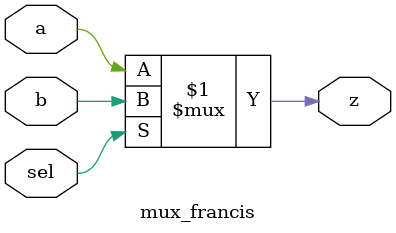
<source format=v>
`timescale 1ns / 1ps

module mux_francis(
    input wire a,
    input wire b,
    input wire sel,
    output wire z);
    assign z = sel ? b : a;
endmodule // mux_francis

</source>
